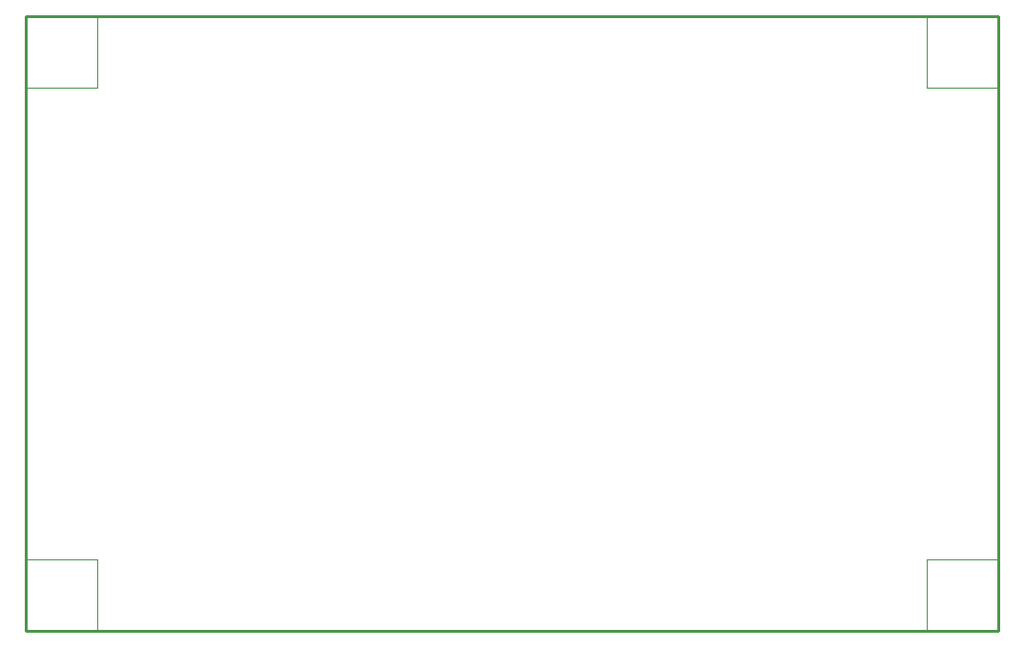
<source format=gm1>
G04 Layer_Color=16711935*
%FSLAX43Y43*%
%MOMM*%
G71*
G01*
G75*
%ADD19C,0.100*%
%ADD20C,0.254*%
D19*
X80010Y48260D02*
X86360D01*
X80010D02*
Y54610D01*
Y0D02*
Y6350D01*
X86360D01*
X0Y48260D02*
X6350D01*
Y54610D01*
Y0D02*
Y6350D01*
X0D02*
X6350D01*
X80010Y48260D02*
X86360D01*
X80010D02*
Y54610D01*
Y0D02*
Y6350D01*
X86360D01*
X0Y48260D02*
X6350D01*
Y54610D01*
Y0D02*
Y6350D01*
X0D02*
X6350D01*
D20*
X0Y54610D02*
X86360D01*
Y0D02*
Y54610D01*
X0Y0D02*
X86360D01*
X0D02*
Y54610D01*
X86360D01*
Y0D02*
Y54610D01*
X0Y0D02*
X86360D01*
X0D02*
Y54610D01*
M02*

</source>
